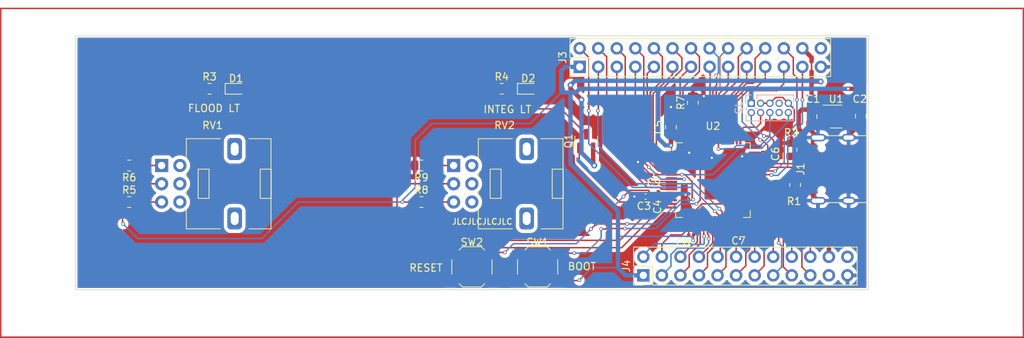
<source format=kicad_pcb>
(kicad_pcb (version 20221018) (generator pcbnew)

  (general
    (thickness 1.6)
  )

  (paper "A4")
  (layers
    (0 "F.Cu" signal)
    (31 "B.Cu" signal)
    (34 "B.Paste" user)
    (35 "F.Paste" user)
    (36 "B.SilkS" user "B.Silkscreen")
    (37 "F.SilkS" user "F.Silkscreen")
    (38 "B.Mask" user)
    (39 "F.Mask" user)
    (44 "Edge.Cuts" user)
    (45 "Margin" user)
    (46 "B.CrtYd" user "B.Courtyard")
    (47 "F.CrtYd" user "F.Courtyard")
    (48 "B.Fab" user)
    (49 "F.Fab" user)
  )

  (setup
    (stackup
      (layer "F.SilkS" (type "Top Silk Screen") (color "White"))
      (layer "F.Paste" (type "Top Solder Paste"))
      (layer "F.Mask" (type "Top Solder Mask") (color "Black") (thickness 0.01))
      (layer "F.Cu" (type "copper") (thickness 0.035))
      (layer "dielectric 1" (type "core") (thickness 1.51) (material "FR4") (epsilon_r 4.5) (loss_tangent 0.02))
      (layer "B.Cu" (type "copper") (thickness 0.035))
      (layer "B.Mask" (type "Bottom Solder Mask") (color "Black") (thickness 0.01))
      (layer "B.Paste" (type "Bottom Solder Paste"))
      (layer "B.SilkS" (type "Bottom Silk Screen") (color "White"))
      (copper_finish "None")
      (dielectric_constraints yes)
    )
    (pad_to_mask_clearance 0)
    (aux_axis_origin 83.1 113)
    (grid_origin 83.1 113)
    (pcbplotparams
      (layerselection 0x00010fc_ffffffff)
      (plot_on_all_layers_selection 0x0000000_00000000)
      (disableapertmacros false)
      (usegerberextensions false)
      (usegerberattributes true)
      (usegerberadvancedattributes true)
      (creategerberjobfile true)
      (dashed_line_dash_ratio 12.000000)
      (dashed_line_gap_ratio 3.000000)
      (svgprecision 4)
      (plotframeref false)
      (viasonmask false)
      (mode 1)
      (useauxorigin false)
      (hpglpennumber 1)
      (hpglpenspeed 20)
      (hpglpendiameter 15.000000)
      (dxfpolygonmode true)
      (dxfimperialunits true)
      (dxfusepcbnewfont true)
      (psnegative false)
      (psa4output false)
      (plotreference true)
      (plotvalue true)
      (plotinvisibletext false)
      (sketchpadsonfab false)
      (subtractmaskfromsilk false)
      (outputformat 1)
      (mirror false)
      (drillshape 1)
      (scaleselection 1)
      (outputdirectory "")
    )
  )

  (net 0 "")
  (net 1 "/USB_5V")
  (net 2 "GND")
  (net 3 "+3V3")
  (net 4 "/SWD_NRST")
  (net 5 "Net-(D1-K)")
  (net 6 "/LED_5V")
  (net 7 "Net-(D2-K)")
  (net 8 "Net-(J1-CC1)")
  (net 9 "/USB_D+")
  (net 10 "/USB_D-")
  (net 11 "unconnected-(J1-SBU1-PadA8)")
  (net 12 "Net-(J1-CC2)")
  (net 13 "unconnected-(J1-SBU2-PadB8)")
  (net 14 "/LED_ONBOARD")
  (net 15 "Net-(R5-Pad2)")
  (net 16 "Net-(R6-Pad1)")
  (net 17 "/BOOT0")
  (net 18 "Net-(R8-Pad2)")
  (net 19 "Net-(R9-Pad1)")
  (net 20 "/POT_2")
  (net 21 "/POT_1")
  (net 22 "unconnected-(U1-NC-Pad4)")
  (net 23 "/E_B_Pin_12")
  (net 24 "/E_B_Pin_11")
  (net 25 "/E_B_Pin_10")
  (net 26 "/E_B_Pin_9")
  (net 27 "/E_B_Pin_8")
  (net 28 "/E_B_Pin_7")
  (net 29 "/E_B_Pin_6")
  (net 30 "/E_B_Pin_5")
  (net 31 "/E_B_Pin_4")
  (net 32 "/E_WXR_Pin_4")
  (net 33 "/E_WXR_Pin_5")
  (net 34 "/E_WXR_Pin_6")
  (net 35 "/E_WXR_PWM_1")
  (net 36 "/E_WXR_PWM_2")
  (net 37 "/E_WXR_Pin_7")
  (net 38 "/E_WXR_Pin_8")
  (net 39 "/E_B_PWM_1")
  (net 40 "/E_B_PWM_2")
  (net 41 "/E_WXR_Pin_9")
  (net 42 "/E_WXR_Pin_10")
  (net 43 "/E_WXR_Pin_11")
  (net 44 "/E_WXR_Pin_12")
  (net 45 "/E_WXR_Pin_13")
  (net 46 "/E_WXR_Pin_14")
  (net 47 "/E_WXR_Pin_15")
  (net 48 "/E_WXR_Pin_16")
  (net 49 "/E_WXR_Pin_17")
  (net 50 "/E_WXR_Pin_18")
  (net 51 "/E_WXR_Pin_19")
  (net 52 "/E_WXR_Pin_20")
  (net 53 "/E_B_Pin_25")
  (net 54 "/E_B_Pin_24")
  (net 55 "/SWD_IO")
  (net 56 "/SWD_CLK")
  (net 57 "/E_B_Pin_23")
  (net 58 "/E_B_Pin_22")
  (net 59 "/E_B_Pin_21")
  (net 60 "/E_B_Pin_20")
  (net 61 "/E_B_Pin_19")
  (net 62 "/SWD_TRACE")
  (net 63 "/E_B_Pin_18")
  (net 64 "/E_B_Pin_17")
  (net 65 "/E_B_Pin_16")
  (net 66 "/E_B_Pin_15")
  (net 67 "/E_B_Pin_14")
  (net 68 "/E_B_Pin_13")
  (net 69 "unconnected-(J4-Pin_21-Pad21)")
  (net 70 "unconnected-(J2-KEY-Pad7)")
  (net 71 "unconnected-(J2-NC{slash}TDI-Pad8)")

  (footprint "Capacitor_SMD:C_0805_2012Metric" (layer "F.Cu") (at 200.85 82.75 -90))

  (footprint "Button_Switch_SMD:SW_Push_1P1T_XKB_TS-1187A" (layer "F.Cu") (at 147.6 103.375))

  (footprint "Resistor_SMD:R_0805_2012Metric" (layer "F.Cu") (at 100.6875 89.5 180))

  (footprint "Resistor_SMD:R_0805_2012Metric" (layer "F.Cu") (at 111.6875 79))

  (footprint "Capacitor_SMD:C_0201_0603Metric" (layer "F.Cu") (at 173.1 93.405 90))

  (footprint "Capacitor_SMD:C_0805_2012Metric" (layer "F.Cu") (at 194.1 82.8 -90))

  (footprint "Resistor_SMD:R_0805_2012Metric" (layer "F.Cu") (at 191.85 92.1625 -90))

  (footprint "Connector_PinHeader_2.54mm:PinHeader_2x12_P2.54mm_Vertical" (layer "F.Cu") (at 171.07 104.54 90))

  (footprint "Resistor_SMD:R_0805_2012Metric" (layer "F.Cu") (at 191.35 87.3375 90))

  (footprint "Capacitor_SMD:C_0201_0603Metric" (layer "F.Cu") (at 184.1 98.75 180))

  (footprint "Potentiometer_THT:Potentiometer_Alps_RK09L_Double_Vertical" (layer "F.Cu") (at 145.1 89.5))

  (footprint "LED_SMD:LED_0603_1608Metric" (layer "F.Cu") (at 155.3125 79))

  (footprint "Package_TO_SOT_SMD:SOT-23-5" (layer "F.Cu") (at 197.4625 82.8))

  (footprint "LED_SMD:LED_0603_1608Metric" (layer "F.Cu") (at 115.3125 79))

  (footprint "Potentiometer_THT:Potentiometer_Alps_RK09L_Double_Vertical" (layer "F.Cu") (at 105.125 89.5))

  (footprint "Package_QFP:LQFP-64_10x10mm_P0.5mm" (layer "F.Cu") (at 180.6 91.5))

  (footprint "Resistor_SMD:R_0805_2012Metric" (layer "F.Cu") (at 140.6875 89.5 180))

  (footprint "Connector_USB:USB_C_Receptacle_G-Switch_GT-USB-7010ASV" (layer "F.Cu") (at 198.1 90 90))

  (footprint "Resistor_SMD:R_0805_2012Metric" (layer "F.Cu") (at 177.85 80.9125 90))

  (footprint "Capacitor_SMD:C_0201_0603Metric" (layer "F.Cu") (at 177.6 99 180))

  (footprint "Button_Switch_SMD:SW_Push_1P1T_XKB_TS-1187A" (layer "F.Cu") (at 156.6 103.375))

  (footprint "Package_TO_SOT_SMD:SOT-23" (layer "F.Cu") (at 163.25 86.15 90))

  (footprint "Capacitor_SMD:C_0402_1005Metric" (layer "F.Cu") (at 171.37 93.75 180))

  (footprint "Resistor_SMD:R_0805_2012Metric" (layer "F.Cu") (at 151.6875 79))

  (footprint "Capacitor_SMD:C_0201_0603Metric" (layer "F.Cu") (at 188.1 87.905 -90))

  (footprint "Resistor_SMD:R_0805_2012Metric" (layer "F.Cu") (at 140.6875 94.5))

  (footprint "Resistor_SMD:R_0805_2012Metric" (layer "F.Cu") (at 100.6875 94.5))

  (footprint "Capacitor_SMD:C_0201_0603Metric" (layer "F.Cu") (at 172.505 90.75 180))

  (footprint "Connector_PinHeader_2.54mm:PinHeader_2x14_P2.54mm_Vertical" (layer "F.Cu") (at 162.36 76 90))

  (footprint "Capacitor_SMD:C_0805_2012Metric" (layer "F.Cu") (at 174.85 84.25 90))

  (footprint "Connector_PinHeader_1.27mm:PinHeader_2x05_P1.27mm_Vertical" (layer "B.Cu") (at 185.85 80.98 -90))

  (gr_line (start 83.1 68) (end 83.1 113)
    (stroke (width 0.2) (type default)) (layer "F.Cu") (tstamp 4b03bcf9-9dd5-46df-afb3-9970c777eac5))
  (gr_line (start 83.1 113) (end 223.1 113)
    (stroke (width 0.2) (type default)) (layer "F.Cu") (tstamp 4faed209-0276-468d-816a-506e86e04431))
  (gr_line (start 115.1 92) (end 115.1 94)
    (stroke (width 0.2) (type default)) (layer "F.Cu") (tstamp 7b653c86-063a-4541-b1de-f705f685b7bf))
  (gr_line (start 223.1 68) (end 83.1 68)
    (stroke (width 0.2) (type default)) (layer "F.Cu") (tstamp 96a5ed7a-65e7-41ac-b188-2aaba73aa848))
  (gr_line (start 155.1 92) (end 155.1 93)
    (stroke (width 0.2) (type default)) (layer "F.Cu") (tstamp cbbe87f3-9396-41f0-bd5a-8272d9882005))
  (gr_line (start 223.1 113) (end 223.1 68)
    (stroke (width 0.2) (type default)) (layer "F.Cu") (tstamp eac38d42-fcfb-41d7-8417-b46d6c533051))
  (gr_line (start 93.35 71.75) (end 201.85 71.75)
    (stroke (width 0.1) (type default)) (layer "Edge.Cuts") (tstamp 02ec3058-b78c-47ca-8949-f3b7735ebd57))
  (gr_line (start 93.35 106.5) (end 93.35 71.75)
    (stroke (width 0.1) (type default)) (layer "Edge.Cuts") (tstamp 03f85010-09cc-4d1f-a1e6-528ed8bf3704))
  (gr_line (start 201.85 71.75) (end 201.85 106.5)
    (stroke (width 0.1) (type default)) (layer "Edge.Cuts") (tstamp a207bc4f-e3db-4c47-b74b-8da3de20521e))
  (gr_line (start 201.85 106.5) (end 93.35 106.5)
    (stroke (width 0.1) (type default)) (layer "Edge.Cuts") (tstamp d207b4a7-b548-4d94-adad-926b520ac1ee))
  (gr_text "JLCJLCJLCJLC" (at 144.8 97.65) (layer "F.SilkS") (tstamp 0799f239-4063-49e5-a6f1-59204916eb49)
    (effects (font (size 0.8 0.8) (thickness 0.15)) (justify left bottom))
  )
  (gr_text "FLOOD LT" (at 108.65 82.25) (layer "F.SilkS") (tstamp c3e5d897-a161-495f-94e8-22a9afac3547)
    (effects (font (size 1 1) (thickness 0.15)) (justify left bottom))
  )
  (gr_text "RESET" (at 138.95 104.1) (layer "F.SilkS") (tstamp cee08d3b-71f6-462b-9987-ec0a4e6b3fa8)
    (effects (font (size 1 1) (thickness 0.15)) (justify left bottom))
  )
  (gr_text "BOOT" (at 160.65 103.9) (layer "F.SilkS") (tstamp d2f201d3-3006-472e-ac3f-5be9079986c0)
    (effects (font (size 1 1) (thickness 0.15)) (justify left bottom))
  )
  (gr_text "INTEG LT" (at 149.1 82.4) (layer "F.SilkS") (tstamp efb6d855-8c75-4e8f-b302-c642793c717d)
    (effects (font (size 1 1) (thickness 0.15)) (justify left bottom))
  )

  (segment (start 194.1 75.25) (end 194.1 74.72) (width 0.6) (layer "F.Cu") (net 1) (tstamp 009ad92d-3df3-4890-b46e-aa42984e515c))
  (segment (start 161.1 78.5) (end 161.1 79) (width 0.6) (layer "F.Cu") (net 1) (tstamp 045f11c2-f3d8-4cae-9730-72ea974d7e4e))
  (segment (start 195.6 83.75) (end 195.3625 83.5125) (width 0.2) (layer "F.Cu") (net 1) (tstamp 06eaa608-05ab-4ac9-b7dd-79192849f8e6))
  (segment (start 195.6 81.85) (end 196.6 81.85) (width 0.6) (layer "F.Cu") (net 1) (tstamp 094c34fa-7b70-4cfb-b407-ee0c08fce851))
  (segment (start 195.7 88.3) (end 195 87.6) (width 0.2) (layer "F.Cu") (net 1) (tstamp 1414b6b9-c835-4b2a-bb14-fc0fcbe93dc4))
  (segment (start 164.35 89.5) (end 164.2 89.35) (width 0.6) (layer "F.Cu") (net 1) (tstamp 14153fb5-4bd0-4fe1-b11d-05a675d70380))
  (segment (start 196.6 83.75) (end 195.85 83.75) (width 0.2) (layer "F.Cu") (net 1) (tstamp 2872be6d-ece1-48ab-bbb4-2b773c13b992))
  (segment (start 195.5 92) (end 195.9 91.6) (width 0.6) (layer "F.Cu") (net 1) (tstamp 2ac28fb6-307a-44a8-974c-dead01804ce6))
  (segment (start 194.1 81.85) (end 194.1 78) (width 0.6) (layer "F.Cu") (net 1) (tstamp 2ba4e28f-5f28-4a82-9433-91b893256728))
  (segment (start 194.1 78) (end 195.35 78) (width 0.6) (layer "F.Cu") (net 1) (tstamp 2cee64ba-cfed-4d7b-9480-e3f4c7225e1e))
  (segment (start 192.35 84.5) (end 192.35 82.25) (width 0.6) (layer "F.Cu") (net 1) (tstamp 3069d352-dc73-4bae-9100-c1432b94ff9d))
  (segment (start 196.1 91.6) (end 195.9 91.6) (width 0.6) (layer "F.Cu") (net 1) (tstamp 37645318-f814-4a91-af59-d4b9ac41d545))
  (segment (start 196.8 94.8) (end 196.8 92.3) (width 0.6) (layer "F.Cu") (net 1) (tstamp 391a8564-4cc2-4ad0-8064-e22ad8579b87))
  (segment (start 192.85 85) (end 192.35 84.5) (width 0.6) (layer "F.Cu") (net 1) (tstamp 3cfde5aa-287f-4c82-ab2c-2e50a6845f32))
  (segment (start 195.3625 83.5125) (end 195.3625 82.5125) (width 0.2) (layer "F.Cu") (net 1) (tstamp 522baeb8-3b40-4e44-bb7d-f26812a4b62c))
  (segment (start 195.35 82.5) (end 195.35 81.85) (width 0.2) (layer "F.Cu") (net 1) (tstamp 58d41cd4-0692-415c-a5d0-8d9997cf61a0))
  (segment (start 195.3625 82.5125) (end 195.35 82.5) (width 0.2) (layer "F.Cu") (net 1) (tstamp 5abde9e7-c8b5-4bc7-81f5-f19553ad20cd))
  (segment (start 195.289 92.211) (end 195.5 92) (width 0.2) (layer "F.Cu") (net 1) (tstamp 6b2491e6-b343-4051-b0c3-7dd381b18e88))
  (segment (start 194.375 92.4) (end 194.564 92.211) (width 0.2) (layer "F.Cu") (net 1) (tstamp 6f0b4fa4-bee7-4cb1-81f3-7bf8c92cc455))
  (segment (start 195.35 81.85) (end 195.6 81.85) (width 0.6) (layer "F.Cu") (net 1) (tstamp 74c82afc-9433-482e-9ea8-9a12682caa44))
  (segment (start 196.1 91.4) (end 195.9 91.6) (width 0.6) (layer "F.Cu") (net 1) (tstamp 770ff185-a890-4e79-b05d-6ca6c4453e45))
  (segment (start 164.2 89.35) (end 164.2 87.0875) (width 0.6) (layer "F.Cu") (net 1) (tstamp 77bfd201-33e4-47b8-b698-e610312e8d25))
  (segment (start 192.85 87) (end 192.85 85) (width 0.6) (layer "F.Cu") (net 1) (tstamp 82581d01-2225-4c61-8ab6-b5491fe4342d))
  (segment (start 194.375 87.6) (end 193.45 87.6) (width 0.6) (layer "F.Cu") (net 1) (tstamp 8b978637-94fe-4f8d-88b7-698bc1cf939d))
  (segment (start 196.8 92.3) (end 196.1 91.6) (width 0.6) (layer "F.Cu") (net 1) (tstamp 8d83a251-1d0f-4730-b819-a1ca5e7f4252))
  (segment (start 196.47 95.13) (end 196.8 94.8) (width 0.6) (layer "F.Cu") (net 1) (tstamp 97e7f702-765e-4597-b5a8-e4daf68dedb0))
  (segment (start 196.1 88.7) (end 196.1 91.4) (width 0.6) (layer "F.Cu") (net 1) (tstamp 9ad3294b-7f5c-4cfa-a188-32f2f6fc8295))
  (segment (start 195 87.6) (end 194.375 87.6) (width 0.2) (layer "F.Cu") (net 1) (tstamp 9e1e8f33-ab60-4d7c-b239-fc045a95751f))
  (segment (start 194.1 78) (end 194.1 76.649189) (width 0.6) (layer "F.Cu") (net 1) (tstamp b476b44b-dfd0-4d9f-bb65-27dad5810ff0))
  (segment (start 196.47 102) (end 196.47 95.13) (width 0.6) (layer "F.Cu") (net 1) (tstamp bb1c5807-4c3c-498c-a925-91672c79a7f4))
  (segment (start 195.7 88.3) (end 196.1 88.7) (width 0.6) (layer "F.Cu") (net 1) (tstamp c4a12bcd-cf35-4fe4-917a-e3a6dfbfa307))
  (segment (start 194.375 87.6) (end 194.564 87.789) (width 0.2) (layer "F.Cu") (net 1) (tstamp c9bd96dc-af7c-4f59-8a71-01e18a9e2bff))
  (segment (start 194.35 81.85) (end 195.35 81.85) (width 0.6) (layer "F.Cu") (net 1) (tstamp cb4331cc-e8ca-4ee9-9a6e-13cef9a7c766))
  (segment (start 194.1 76.649189) (end 194.1 75.25) (width 0.2) (layer "F.Cu") (net 1) (tstamp cdcb1e8f-7454-435a-9f2c-2307b006c2e4))
  (segment (start 196.325 83.75) (end 195.6 83.75) (width 0.2) (layer "F.Cu") (net 1) (tstamp d3aa4312-411f-492f-a512-bfd58b4bb513))
  (segment (start 194.1 74.72) (end 192.84 73.46) (width 0.6) (layer "F.Cu") (net 1) (tstamp d4df4895-2430-472a-994b-a05b1c8bd3fa))
  (segment (start 161.1 79) (end 162.6 80.5) (width 0.6) (layer "F.Cu") (net 1) (tstamp dd893b76-c4db-409f-a909-1a8992ba5e1a))
  (segment (start 192.75 81.85) (end 194.1 81.85) (width 0.6) (layer "F.Cu") (net 1) (tstamp ddbf94c8-0887-4012-9f43-0de88158a962))
  (segment (start 192.35 82.25) (end 192.75 81.85) (width 0.6) (layer "F.Cu") (net 1) (tstamp deb9fcb0-f2c3-4b3a-921a-b2d64cdfdce6))
  (segment (start 194.564 92.211) (end 195.289 92.211) (width 0.2) (layer "F.Cu") (net 1) (tstamp e03b30b2-d93b-4142-b245-2b8e02580a96))
  (segment (start 193.45 87.6) (end 192.85 87) (width 0.6) (layer "F.Cu") (net 1) (tstamp efcae4ac-5b64-423a-a019-b22b50cc4ec0))
  (via (at 195.35 78) (size 0.8) (drill 0.4) (layers "F.Cu" "B.Cu") (net 1) (tstamp 2a37224d-8daf-4428-af3c-b300b3d87eca))
  (via (at 162.6 80.5) (size 0.8) (drill 0.4) (layers "F.Cu" "B.Cu") (net 1) (tstamp 2c42fd35-e003-4cd9-a604-b3b7c0c3f730))
  (via (at 164.35 89.5) (size 0.8) (drill 0.4) (layers "F.Cu" "B.Cu") (net 1) (tstamp 2e219574-dc05-4efb-92f7-dc3351e32cca))
  (via (at 161.1 78.5) (size 0.8) (drill 0.4) (layers "F.Cu" "B.Cu") (net 1) (tstamp fec89fa3-ef57-4ab3-86c8-aa55759c9a8f))
  (segment (start 162.6 87.75) (end 162.6 80.5) (width 0.6) (layer "B.Cu") (net 1) (tstamp 1310451d-9b48-48b1-8be5-c94ad1cc757e))
  (segment (start 161.7 77.9) (end 161.1 78.5) (width 0.6) (layer "B.Cu") (net 1) (tstamp 2c7aa723-0c33-4350-a72d-1570d35d6a49))
  (segment (start 166.95 77.9) (end 161.7 77.9) (width 0.6) (layer "B.Cu") (net 1) (tstamp 6bf66816-9e3c-43ed-ba4b-c064629057e5))
  (segment (start 195.25 77.9) (end 166.95 77.9) (width 0.6) (layer "B.Cu") (net 1) (tstamp 767e8582-add5-4fb6-9b76-7dc7aacc98eb))
  (segment (start 164.35 89.5) (end 162.6 87.75) (width 0.6) (layer "B.Cu") (net 1) (tstamp 8d1b95ba-c1bf-40f7-9382-29b8aac52b0a))
  (segment (start 195.35 78) (end 195.25 77.9) (width 0.6) (layer "B.Cu") (net 1) (tstamp ec40f046-b877-4390-8f51-2ca1bfd59158))
  (segment (start 173.1 93.085) (end 173.299999 93.085) (width 0.2) (layer "F.Cu") (net 2) (tstamp 08a1c941-cf30-46ef-8fdf-43aa7d12c0e2))
  (segment (start 177.35 97.175) (end 177.35 94) (width 0.2) (layer "F.Cu") (net 2) (tstamp 08cd061d-9018-4cad-87e9-738d5f542cfb))
  (segment (start 173.464999 93.25) (end 174.925 93.25) (width 0.2) (layer "F.Cu") (net 2) (tstamp 1644b026-655a-453f-a289-d5d7ef37c914))
  (segment (start 199.175 85.68) (end 199.175 85.375) (width 0.6) (layer "F.Cu") (net 2) (tstamp 1940f9f7-6ba4-4fb3-9120-17edff779a1f))
  (segment (start 172.185 90.75) (end 172.072888 90.75) (width 0.2) (layer "F.Cu") (net 2) (tstamp 1aa188ac-d542-4cc2-87e9-d159dc92c457))
  (segment (start 188.39 80.98) (end 189.165686 80.204314) (width 0.2) (layer "F.Cu") (net 2) (tstamp 1ea5f706-529f-48e6-835f-5c1b296b5083))
  (segment (start 183.78 99.03) (end 184.3 99.55) (width 0.2) (layer "F.Cu") (net 2) (tstamp 301cf521-070f-485e-b617-ccce362637dd))
  (segment (start 188.075 88.25) (end 188.1 88.225) (width 0.2) (layer "F.Cu") (net 2) (tstamp 33078fa2-b920-4f04-86b3-62f716609fbe))
  (segment (start 183.85 98.25) (end 183.78 98.32) (width 0.2) (layer "F.Cu") (net 2) (tstamp 35577111-89a5-4e14-8bf0-8e19cfcabbc2))
  (segment (start 191.1 84) (end 188.1 84) (width 0.2) (layer "F.Cu") (net 2) (tstamp 3fe5c9a4-2bf9-41b3-845f-88935825cbd4))
  (segment (start 194.255 93.6) (end 194.975 94.32) (width 0.6) (layer "F.Cu") (net 2) (tstamp 5536a8ed-4263-4e76-b0f1-fdcb720a9b96))
  (segment (start 188.1 84) (end 184.6 87.5) (width 0.2) (layer "F.Cu") (net 2) (tstamp 57333705-edb4-4d28-998c-132ff38dc8a0))
  (segment (start 190.13 80.18) (end 190.93 80.98) (width 0.2) (layer "F.Cu") (net 2) (tstamp 575c29b6-6ad4-48d7-a03c-4dcd58b4d850))
  (segment (start 177.28 98.32) (end 177.28 99) (width 0.2) (layer "F.Cu") (net 2) (tstamp 67e363bf-c33b-442a-ac60-61b20c10c9db))
  (segment (start 184.6 88.25) (end 186.275 88.25) (width 0.2) (layer "F.Cu") (net 2) (tstamp 689a890d-10ef-4f4b-ae61-57927491b9d6))
  (segment (start 177.35 85.825) (end 177.35 87.75) (width 0.2) (layer "F.Cu") (net 2) (tstamp 6f64c9e1-1d41-4526-8463-9023790b19fa))
  (segment (start 173.299999 93.085) (end 173.464999 93.25) (width 0.2) (layer "F.Cu") (net 2) (tstamp 70df287d-b8d1-4056-8701-e4540c0b0e1d))
  (segment (start 177.85 80) (end 179.35 80) (width 0.6) (layer "F.Cu") (net 2) (tstamp 713a9585-d7ce-4c55-9e0b-60a98148b963))
  (segment (start 199.95 82.8) (end 200.85 83.7) (width 0.2) (layer "F.Cu") (net 2) (tstamp 758fc10a-1928-4bcc-ba48-aebc7e9db007))
  (segment (start 177.35 94) (end 176.85 93.5) (width 0.2) (layer "F.Cu") (net 2) (tstamp 7c05eb95-ea74-48e1-bd44-22f2ee22d1bd))
  (segment (start 189.304315 80.204314) (end 189.328629 80.18) (width 0.2) (layer "F.Cu") (net 2) (tstamp 7d0cba47-c309-4ee9-ab8a-8c49ed5db8ae))
  (segment (start 186.275 88.25) (end 188.075 88.25) (width 0.2) (layer "F.Cu") (net 2) (tstamp 80393338-7f06-4023-a161-9608aaed53cc))
  (segment (start 189.328629 80.18) (end 190.13 80.18) (width 0.2) (layer "F.Cu") (net 2) (tstamp 856ed296-f6e8-45fa-afee-1ca5b6a7958c))
  (segment (start 183.78 98.75) (end 183.78 99.03) (width 0.2) (layer "F.Cu") (net 2) (tstamp 8bc9f6c3-238b-4e7f-9da2-c0a429f0355d))
  (segment (start 183.85 97.175) (end 183.85 98.25) (width 0.2) (layer "F.Cu") (net 2) (tstamp 970e89d3-da24-4084-9b8f-cf2fb6875a00))
  (segment (start 177.35 97.175) (end 177.35 98.25) (width 0.2) (layer "F.Cu") (net 2) (tstamp 993ca137-a854-425f-9408-aa90155992dc))
  (segment (start 196.325 82.8) (end 199.95 82.8) (width 0.2) (layer "F.Cu") (net 2) (tstamp 9a0361e8-4e89-423c-922c-7c60e1cb6543))
  (segment (start 190.93 80.98) (end 191.6 81.65) (width 0.2) (layer "F.Cu") (net 2) (tstamp a6b2c8e4-6315-45c5-be4b-ae1508435f58))
  (segment (start 191.73 81.88) (end 191.73 83.37) (width 0.2) (layer "F.Cu") (net 2) (tstamp a9dafc37-495f-40b4-88d8-616f711225c1))
  (segment (start 174.925 93.25) (end 176.6 93.25) (width 0.2) (layer "F.Cu") (net 2) (tstamp ab664c06-4a5a-4742-b1d2-0ec381f9bb4d))
  (segment (start 188.39 80.98) (end 187.12 80.98) (width 0.2) (layer "F.Cu") (net 2) (tstamp adece0af-8224-43a8-b5ad-b3625b6f6e4f))
  (segment (start 177.35 98.25) (end 177.28 98.32) (width 0.2) (layer "F.Cu") (net 2) (tstamp b5e374f2-07b2-49fe-9ce1-504256d21e42))
  (segment (start 191.6 81.65) (end 191.6 81.75) (width 0.2) (layer "F.Cu") (net 2) (tstamp be4dcab4-192d-4c8c-ab8d-d21218ccb3f9))
  (segment (start 184.6 87.5) (end 184.6 88.25) (width 0.2) (layer "F.Cu") (net 2) (tstamp bf5ad3af-55a7-4a7c-8171-5fafaba10024))
  (segment (start 189.165686 80.204314) (end 189.304315 80.204314) (width 0.2) (layer "F.Cu") (net 2) (tstamp bf66c115-9c19-4192-b020-edc90fc49e7f))
  (segment (start 174.85 83.3) (end 174.85 81.5) (width 0.6) (layer "F.Cu") (net 2) (tstamp c3636678-e291-4ac3-908f-e009dae92578))
  (segment (start 194.1 83.75) (end 194.1 84.805) (width 0.6) (layer "F.Cu") (net 2) (tstamp c9dac8a8-f4f3-48b7-92a0-a198d6ccd90a))
  (segment (start 183.78 98.32) (end 183.78 98.75) (width 0.2) (layer "F.Cu") (net 2) (tstamp ca657bdf-33b8-46f2-86b8-f44275a92416))
  (segment (start 172.072888 90.75) (end 170.336444 89.013556) (width 0.2) (layer "F.Cu") (net 2) (tstamp dd815f9d-2e01-4ab5-a186-d917e74f6eeb))
  (segment (start 150.6 105.25) (end 144.6 105.25) (width 0.2) (layer "F.Cu") (net 2) (tstamp e009107c-1263-4b16-99ac-f8559a7f3510))
  (segment (start 191.73 83.37) (end 191.1 84) (width 0.2) (layer "F.Cu") (net 2) (tstamp e12e2837-5380-4d4d-838c-eaf93b9eec54))
  (segment (start 194.1 84.805) (end 194.975 85.68) (width 0.6) (layer "F.Cu") (net 2) (tstamp e99c83f4-f4e1-4428-8792-b4af6c44beeb))
  (segment (start 194.255 93.2) (end 194.255 93.6) (width 0.6) (layer "F.Cu") (net 2) (tstamp ea344ba4-05b6-4724-8cdc-ecee8a1f3cf2))
  (segment (start 191.6 81.75) (end 191.73 81.88) (width 0.2) (layer "F.Cu") (net 2) (tstamp fe0eac3c-ccf1-483c-b684-6696cba674d4))
  (segment (start 199.175 85.375) (end 200.85 83.7) (width 0.6) (layer "F.Cu") (net 2) (tstamp fe658cd0-8e4f-47f4-81c0-c61ba3d76c34))
  (segment (start 176.6 93.25) (end 176.85 93.5) (width 0.2) (layer "F.Cu") (net 2) (tstamp ffe316ef-b638-4cb0-80ff-014f4d944a58))
  (via (at 179.35 80) (size 0.5) (drill 0.3) (layers "F.Cu" "B.Cu") (net 2) (tstamp 02242a5e-5742-4377-952a-0bcbcdf35bc0))
  (via (at 169.85 93.75) (size 0.5) (drill 0.3) (layers "F.Cu" "B.Cu") (free) (net 2) (tstamp 08923a6b-71ef-4ac4-b4a5-dc6273323bd7))
  (via (at 180.45 88.45) (size 0.5) (drill 0.3) (layers "F.Cu" "B.Cu") (free) (net 2) (tstamp 25b3ab66-7f6e-45dd-a6e8-65b8bd79c89f))
  (via (at 174.85 81.5) (size 0.5) (drill 0.3) (layers "F.Cu" "B.Cu") (net 2) (tstamp 4ef1c1ae-695f-4c93-acbb-75424dea5d40))
  (via (at 176.85 93.5) (size 0.5) (drill 0.3) (layers "F.Cu" "B.Cu") (net 2) (tstamp 9aef38fa-8553-4560-bdf1-7c5cbc102980))
  (via (at 184.3 99.55) (size 0.5) (drill 0.3) (layers "F.Cu" "B.Cu") (net 2) (tstamp b8c0ce81-f4c6-40ff-a5b6-18fc23ca36ae))
  (via (at 177.35 87.75) (size 0.5) (drill 0.3) (layers "F.Cu" "B.Cu") (net 2) (tstamp c8103f1c-e336-4699-a491-0762fb541f37))
  (via (at 170.336444 89.013556) (size 0.5) (drill 0.3) (layers "F.Cu" "B.Cu") (net 2) (tstamp f388b0f2-c5f9-4b3c-9177-00d654712e09))
  (via (at 184.6 88.25) (size 0.5) (drill 0.3) (layers "F.Cu" "B.Cu") (net 2) (tstamp fc1e3222-5052-4207-a72e-ed6e8f40362c))
  (segment (start 198.875 81.85) (end 201.05 81.85) (width 0.6) (layer "F.Cu") (net 3) (tstamp 03cae0a0-c379-49c6-9c10-61ed0a2ac46f))
  (segment (start 184.35 96.36759) (end 182.73241 94.75) (width 0.2) (layer "F.Cu") (net 3) (tstamp 0a088284-85b8-4924-870a-7fa8bdb778d3))
  (segment (start 187.315 87.585) (end 188.1 87.585) (width 0.2) (layer "F.Cu") (net 3) (tstamp 0be5e005-f0b2-43de-a6b8-30c620c35c47))
  (segment (start 179.1 94.75) (end 177.85 96) (width 0.2) (layer "F.Cu") (net 3) (tstamp 0f2110ab-2c3a-4490-bfec-e66125f877d9))
  (segment (start 162.25 105.25) (end 159.6 105.25) (width 0.2) (layer "F.Cu") (net 3) (tstamp 0fbc0b48-b182-46d5-96e5-0adf767801c0))
  (segment (start 177.85 97.175) (end 177.85 98.25) (width 0.2) (layer "F.Cu") (net 3) (tstamp 145fa1f5-c683-45f8-946d-88b26064fe52))
  (segment (start 176.675 86) (end 174.85 86) (width 0.2) (layer "F.Cu") (net 3) (tstamp 160220e5-79f7-4517-9d59-42ba226156a1))
  (segment (start 171.875 93.725) (end 171.85 93.75) (width 0.2) (layer "F.Cu") (net 3) (tstamp 171ff7d0-53b7-4b12-a27d-7e3bdf154ff5))
  (segment (start 184.35 97.175) (end 184.35 96.36759) (width 0.2) (layer "F.Cu") (net 3) (tstamp 1a4d5fae-991d-4c4d-ac43-be576118e0be))
  (segment (start 171.765686 92.9) (end 171.85 92.984314) (width 0.2) (layer "F.Cu") (net 3) (tstamp 1c152921-cbf7-4f89-9d0a-162ba4bf809b))
  (segment (start 99.85 97.5) (end 99.775 97.425) (width 0.2) (layer "F.Cu") (net 3) (tstamp 1ef425a0-671f-4840-8a78-3e19c93d93e4))
  (segment (start 188.1 86.75) (end 188.1 87.585) (width 0.2) (layer "F.Cu") (net 3) (tstamp 2118d337-63ac-4ec4-8183-2b4649cb6f88))
  (segment (start 168.35 93.75) (end 169.2 92.9) (width 0.2) (layer "F.Cu") (net 3) (tstamp 2c73bf03-7bd7-46af-8879-a26898e2bbc1))
  (segment (start 187.15 87.75) (end 187.315 87.585) (width 0.2) (layer "F.Cu") (net 3) (tstamp 2cac1f7b-687a-471b-9efc-56ce8d02e48f))
  (segment (start 174.925 93.75) (end 173.125 93.75) (width 0.2) (layer "F.Cu") (net 3) (tstamp 356195de-2f15-44d7-9870-4a08d06e1d10))
  (segment (start 169.2 92.9) (end 171.765686 92.9) (width 0.2) (layer "F.Cu") (net 3) (tstamp 3a662e90-840c-4d60-99bb-3e688704232b))
  (segment (start 177.92 99.7305) (end 177.9005 99.75) (width 0.2) (layer "F.Cu") (net 3) (tstamp 41ed89d1-6b63-4e64-8b1c-ce83d9f880d7))
  (segment (start 184.35 98.25) (end 184.42 98.32) (width 0.2) (layer "F.Cu") (net 3) (tstamp 46aff7af-83da-499b-b437-23c07837596e))
  (segment (start 138.1 94.5) (end 139.775 94.5) (width 0.2) (layer "F.Cu") (net 3) (tstamp 602ac311-4a4e-4ceb-aa63-c6fb60195f88))
  (segment (start 173.1 93.725) (end 173.125 93.75) (width 0.2) (layer "F.Cu") (net 3) (tstamp 68023c03-3b21-46bd-9278-94a7a1de5958))
  (segment (start 174.925 87.75) (end 174.925 86.825) (width 0.2) (layer "F.Cu") (net 3) (tstamp 687170ae-72c6-45dd-915c-e6fe06783f41))
  (segment (start 99.775 97.425) (end 99.775 94.5) (width 0.2) (layer "F.Cu") (net 3) (tstamp 69524810-fe11-473c-b75c-538097cf08d9))
  (segment (start 173.1 93.725) (end 171.875 93.725) (width 0.2) (layer "F.Cu") (net 3) (tstamp 6f5d43f8-78e4-46ce-8c6d-7b8f2bea0647))
  (segment (start 201.05 81.85) (end 201.1 81.8) (width 0.6) (layer "F.Cu") (net 3) (tstamp 72b82e23-8f14-4a23-b03b-a427862a1ec6))
  (segment (start 177.85 96) (end 177.85 97.175) (width 0.2) (layer "F.Cu") (net 3) (tstamp 782aef7f-6f44-4c59-a855-c73e74193dc1))
  (segment (start 187.336444 85.986444) (end 188.1 86.75) (width 0.2) (layer "F.Cu") (net 3) (tstamp 790ced8d-36ec-44e9-be7f-99db4184d805))
  (segment (start 159.6 105.25) (end 153.6 105.25) (width 0.2) (layer "F.Cu") (net 3) (tstamp 7ae9716c-71c6-4fc8-bd69-3856d94cd75a))
  (segment (start 184.35 97.175) (end 184.35 98.25) (width 0.2) (layer "F.Cu") (net 3) (tstamp 836f15d2-a471-4a19-876e-50d38bd6b805))
  (segment (start 177.92 98.32) (end 177.92 99) (width 0.2) (layer "F.Cu") (net 3) (tstamp 9aaa6a5c-9c18-47b9-be68-e6c0a0f684b0))
  (segment (start 177.92 99) (end 177.92 99.7305) (width 0.2) (layer "F.Cu") (net 3) (tstamp 9ac0f024-c924-4e3c-ad67-49ddfdcfae4b))
  (segment (start 186.275 87.75) (end 187.15 87.75) (width 0.2) (layer "F.Cu") (net 3) (tstamp 9d03e89b-99ac-43fc-9f0a-9fb827cd6cc2))
  (segment (start 200.85 81.8) (end 200.85 79) (width 0.6) (layer "F.Cu") (net 3) (tstamp b414238f-2b43-46a4-83f4-379343609f2a))
  (segment (start 177.85 98.25) (end 177.92 98.32) (width 0.2) (layer "F.Cu") (net 3) (tstamp b537d7df-446e-4d4d-a6e6-625f1599f33d))
  (segment (start 200.85 79) (end 199.1 79) (width 0.6) (layer "F.Cu") (net 3) (tstamp b7291812-e307-45a7-bc9b-b95f4fb26867))
  (segment (start 171.85 92.984314) (end 171.85 93.75) (width 0.2) (layer "F.Cu") (net 3) (tstamp bd013299-a963-4c85-9075-574ee8fb5364))
  (segment (start 187.086444 85.986444) (end 187.336444 85.986444) (width 0.2) (layer "F.Cu") (net 3) (tstamp cc0ddcb1-100e-422b-aa61-8d7f44637e19))
  (segment (start 174.85 86) (end 174.85 85.2) (width 0.6) (layer "F.Cu") (net 3) (tstamp d92352fc-1644-4641-8f56-d3d10adb83a3))
  (segment (start 174.85 86.75) (end 174.85 86) (width 0.6) (layer "F.Cu") (net 3) (tstamp dcbd4353-a262-4c4d-8ab9-ae00358f5e64))
  (segment (start 174.925 86.825) (end 174.85 86.75) (width 0.2) (layer "F.Cu") (net 3) (tstamp e029344d-26ea-4f3b-975a-a5f07f62a416))
  (segment (start 184.42 98.32) (end 184.42 98.75) (width 0.2) (layer "F.Cu") (net 3) (tstamp eae25ade-1574-4df5-9ed0-5828247ca67f))
  (segment (start 176.85 85.825) (end 176.675 86) (width 0.2) (layer "F.Cu") (net 3) (tstamp eca2d52c-c8c5-48ee-b93d-2d7358a318e6))
  (segment (start 162.3 105.2) (end 162.25 105.25) (width 0.2) (layer "F.Cu") (net 3) (tstamp f250cc73-398e-40dd-a8c3-5402e01ed50f))
  (segment (start 182.73241 94.75) (end 179.1 94.75) (width 0.2) (layer "F.Cu") (net 3) (tstamp fb5091d4-6890-4abc-8ade-16fff99f7607))
  (via (at 138.1 94.5) (size 0.5) (drill 0.3) (layers "F.Cu" "B.Cu") (net 3) (tstamp 482303c8-70ba-41f0-ab04-d45c3a5dc478))
  (via (at 199.1 79) (size 0.5) (drill 0.3) (layers "F.Cu" "B.Cu") (net 3) (tstamp 4d39704a-f0f7-4a7b-91d7-733c9813f969))
  (via (at 99.85 97.5) (size 0.5) (drill 0.3) (layers "F.Cu" "B.Cu") (net 3) (tstamp 7879ba9a-cc69-4d92-908a-cc4d46629336))
  (via (at 174.85 86.75) (size 0.5) (drill 0.3) (layers "F.Cu" "B.Cu") (net 3) (tstamp 7f7a8b3b-0a21-4ab2-82a6-ba6c0bfa8bb7))
  (via (at 162.3 105.2) (size 0.5) (drill 0.3) (layers "F.Cu" "B.Cu") (net 3) (tstamp 977b9ee9-c339-4de5-9ed8-3f0d06a29521))
  (via (at 177.9005 99.75) (size 0.5) (drill 0.3) (layers "F.Cu" "B.Cu") (net 3) (tstamp 9f584303-c439-4367-ab21-de11d92c06b1))
  (via (at 187.086444 85.986444) (size 0.5) (drill 0.3) (layers "F.Cu" "B.Cu") (net 3) (tstamp bed00b5e-a61f-4944-ae83-140718c21b31))
  (via (at 168.35 93.75) (size 0.5) (drill 0.3) (layers "F.Cu" "B.Cu") (net 3) (tstamp cac72c47-f29a-4007-a44a-3478905b08af))
  (segment (start 185.85 79) (end 185.85 80.98) (width 0.6) (layer "B.Cu") (net 3) (tstamp 0298d347-cce4-43cb-b772-32699da48fa1))
  (segment (start 161.85 79.5) (end 161.1 79.5) (width 0.6) (layer "B.Cu") (net 3) (tstamp 06ee93d0-f1aa-4979-a1f2-d6779cfbfb30))
  (segment (start 145.6 83.75) (end 142.1 83.75) (width 0.2) (layer "B.Cu") (net 3) (tstamp 08bba3e5-c198-4c54-ad19-d18d7297fd44))
  (segment (start 167.6 99.5) (end 167.9 99.2) (width 0.2) (layer "B.Cu") (net 3) (tstamp 0ec1df15-abdf-4a75-b1b7-686a13e9a221))
  (segment (start 173.1 79) (end 162.35 79) (width 0.6) (layer "B.Cu") (net 3) (tstamp 1456ffb5-f57d-46bc-acf5-0b37a1032184))
  (segment (start 184.6 79) (end 173.1 79) (width 0.6) (layer "B.Cu") (net 3) (tstamp 1bce7271-63ee-424b-9509-3581ba371fd8))
  (segment (start 167.6 99.5) (end 167.6 103.5) (width 0.6) (layer "B.Cu") (net 3) (tstamp 1d649c11-4103-4801-8e21-05aa95d29dc1))
  (segment (start 166.975 95.125) (end 167.6 95.75) (width 0.6) (layer "B.Cu") (net 3) (tstamp 1fe7d445-79e6-4065-852b-4b9c9b5ccaf1))
  (segment (start 99.85 97.5) (end 101.85 99.5) (width 0.2) (layer "B.Cu") (net 3) (tstamp 234bee56-7d49-4560-b9d5-2c6117e2d72c))
  (segment (start 159.85 79.5) (end 159.85 76.5) (width 0.6) (layer "B.Cu") (net 3) (tstamp 2cbee2d8-6da5-4fe9-a799-bcf8e313bad4))
  (segment (start 167.9 99.2) (end 177.55 99.2) (width 0.2) (layer "B.Cu") (net 3) (tstamp 348fe726-3b86-451c-9d02-7f23a97c0f8d))
  (segment (start 101.85 99.5) (end 118.85 99.5) (width 0.2) (layer "B.Cu") (net 3) (tstamp 3769c1c1-8bca-4961-82f0-0f9a5165db4d))
  (segment (start 138.1 94.25) (end 138.1 94.5) (width 0.2) (layer "B.Cu") (net 3) (tstamp 39cd5259-7b32-40f3-9d19-c843c28fb204))
  (segment (start 155.6 83.75) (end 145.6 83.75) (width 0.2) (layer "B.Cu") (net 3) (tstamp 3bc99518-dcdd-4da1-9090-a3b4d8adaca5))
  (segment (start 161.1 79.5) (end 161.1 89.25) (width 0.6) (layer "B.Cu") (net 3) (tstamp 4e75af50-a632-4187-b694-68ab4044ae6d))
  (segment (start 177.9005 99.5505) (end 177.9005 99.75) (width 0.2) (layer "B.Cu") (net 3) (tstamp 5c070fc2-3b4f-43d3-822d-d84b31a74dba))
  (segment (start 185.85 79) (end 184.6 79) (width 0.6) (layer "B.Cu") (net 3) (tstamp 5d37f8d6-d9b5-4f73-997e-2b6aa67955b5))
  (segment (start 166.975 95.125) (end 168.35 93.75) (width 0.2) (layer "B.Cu") (net 3) (tstamp 5eb1377a-6bc0-499a-b08c-0327aca0827a))
  (segment (start 162.35 79) (end 161.85 79.5) (width 0.6) (layer "B.Cu") (net 3) (tstamp 6b392cf1-db1c-427c-9f5c-6c0c34ab65f8))
  (segment (start 177.55 99.2) (end 177.9005 99.5505) (width 0.2) (layer "B.Cu") (net 3) (tstamp 75023daf-420e-4bdb-8a26-bd6101004298))
  (segment (start 184.6 83.5) (end 184.6 79) (width 0.2) (layer "B.Cu") (net 3) (tstamp 79fb409e-bbcc-4f4d-afb0-1dede85acabe))
  (segment (start 138.35 94) (end 138.1 94.25) (width 0.2) (layer "B.Cu") (net 3) (tstamp 7f841b26-cdbd-42c0-8d48-9e149fbff4d7))
  (segment (start 139.85 92.5) (end 138.35 94) (width 0.2) (layer "B.Cu") (net 3) (tstamp 8689ed77-7be5-42e3-911f-f4d878d02b00))
  (segment (start 199.1 79) (end 185.85 79) (width 0.6) (layer "B.Cu") (net 3) (tstamp 970ab3cc-fa29-4437-9ff4-e999d3f18820))
  (segment (start 174.1 86.75) (end 174.85 86.75) (width 0.6) (layer "B.Cu") (net 3) (tstamp 9c0ec75e-4344-44aa-8c8a-e1b52fe6ba94))
  (segment (start 142.1 83.75) (end 139.85 86) (width 0.2) (layer "B.Cu") (net 3) (tstamp 9ebe55d6-4798-473f-b6b1-79e30f861af3))
  (segment (start 168.64 104.54) (end 171.07 104.54) (width 0.6) (layer "B.Cu") (net 3) (tstamp a16d6564-3244-4010-9f62-ad883b5fb793))
  (segment (start 164 103.5) (end 162.3 105.2) (width 0.2) (layer "B.Cu") (net 3) (tstamp a34a1330-1181-4840-814a-f04a08235010))
  (segment (start 167.6 95.75) (end 167.6 99.5) (width 0.6) (layer "B.Cu") (net 3) (tstamp a5cee145-ad34-434e-9599-2122f7447e0c))
  (segment (start 187.086444 85.986444) (end 184.6 83.5) (width 0.2) (layer "B.Cu") (net 3) (tstamp b0ba70b6-230c-48ae-8b86-e0538a89817c))
  (segment (start 159.85 79.5) (end 155.6 83.75) (width 0.2) (layer "B.Cu") (net 3) (tstamp b2307766-f165-4b02-ac69-42b13934cae3))
  (segment (start 123.85 94.5) (end 138.1 94.5) (width 0.2) (layer "B.Cu") (net 3) (tstamp b99064f3-9337-4167-a32d-1dd0f617869b))
  (segment (start 167.6 103.5) (end 164 103.5) (width 0.2) (layer "B.Cu") (net 3) (tstamp bb874b2e-b02e-49bb-bb89-26601cd6b278))
  (segment (start 161.1 79.5) (end 159.85 79.5) (width 0.6) (layer "B.Cu") (net 3) (tstamp c42be390-8626-4e73-8c0f-db3a1f9f83c6))
  (segment (start 173.6 86.25) (end 174.1 86.75) (width 0.6) (layer "B.Cu") (net 3) (tstamp c56b761b-f63e-4605-902b-ee09d4f8ea9a))
  (segment (start 161.1 89.25) (end 166.975 95.125) (width 0.6) (layer "B.Cu") (net 3) (tstamp c6813eaf-962e-4312-a2ec-ff3772eb4491))
  (segment (start 160.35 76) (end 162.36 76) (width 0.6) (layer "B.Cu") (net 3) (tstamp cc0dcf18-c13a-47f0-aa92-7c1071276fbf))
  (segment (start 173.1 79) (end 173.1 85.75) (width 0.6) (layer "B.Cu") (net 3) (tstamp ccccf427-14b4-4477-a377-83f916b3222f))
  (segment (start 139.85 86) (end 139.85 92.5) (width 0.2) (layer "B.Cu") (net 3) (tstamp ce14fd56-6652-401c-823a-925b0002144f))
  (segment (start 173.1 85.75) (end 173.6 86.25) (width 0.6) (layer "B.Cu") (net 3) (tstamp d99d59a0-7ab0-4303-92e1-8f338bc79b54))
  (segment (start 118.85 99.5) (end 123.85 94.5) (width 0.2) (layer "B.Cu") (net 3) (tstamp eeb89336-cdb1-409a-be44-c0b3e4a122f5))
  (segment (start 159.85 76.5) (end 160.35 76) (width 0.6) (layer "B.Cu") (net 3) (tstamp f523f858-f4e3-43af-ad91-541a9510f809))
  (segment (start 167.6 103.5) (end 168.64 104.54) (width 0.6) (layer "B.Cu") (net 3) (tstamp f9f64ed7-f274-4d63-9879-6c0cfeaf4691))
  (segment (start 152.1 101.4) (end 150.7 101.4) (width 0.2) (layer "F.Cu") (net 4) (tstamp 1b14e80f-90bd-4cd4-9021-71d5b884c9c0))
  (segment (start 150.6 101.5) (end 144.6 101.5) (width 0.2) (layer "F.Cu") (net 4) (tstamp 24b5462c-64ac-481e-8dfb-a1dcfd598b5c))
  (segment (start 176.35 90.75) (end 176.780788 90.75) (width 0.2) (layer "F.Cu") (net 4) (tstamp 388ddf6b-931c-4526-824d-8db46bf8fd1f))
  (segment (start 177.75 91.719212) (end 177.75 94.165686) (width 0.2) (layer "F.Cu") (net 4) (tstamp 41781270-90e6-4732-8021-7da3648b8ec5))
  (segment (start 168.85 97.5) (end 165.6 97.5) (width 0.2) (layer "F.Cu") (net 4) (tstamp 511e1d9a-477f-4edd-a9e7-7bd80c907148))
  (segment (start 165.6 97.5) (end 164.6 97.5) (width 0.2)
... [314764 chars truncated]
</source>
